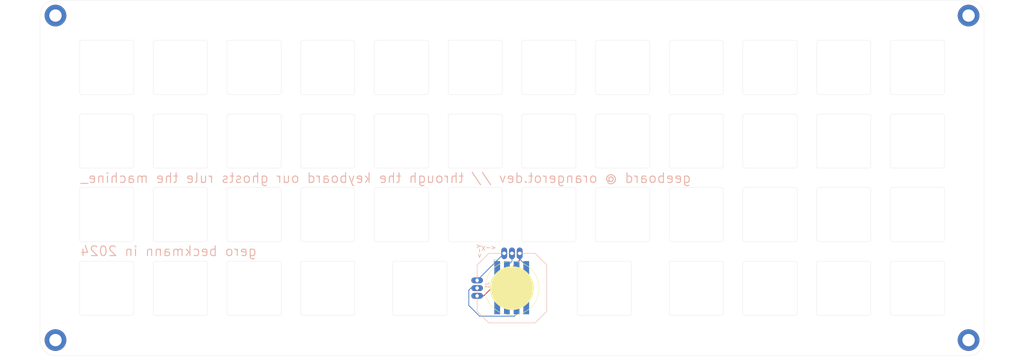
<source format=kicad_pcb>
(kicad_pcb (version 20240108) (generator "pcbnew") (generator_version "8.0")
  (layers (0 "F.Cu" signal) (31 "B.Cu" signal) (34 "B.Paste" user) (35 "F.Paste" user) (36 "B.SilkS" user "B.Silkscreen") (37 "F.SilkS" user "F.Silkscreen") (38 "B.Mask" user) (39 "F.Mask" user) (44 "Edge.Cuts" user))
  (net 0 "")
  (net 1 "Net-(J1-Pin_4)")
  (net 2 "Net-(J1-Pin_1)")
  (net 3 "Net-(J1-Pin_2)")
  (net 4 "Net-(J1-Pin_3)")
  (footprint "MountingHole:MountingHole_3.2mm_M3_DIN965_Pad" (layer "F.Cu") (at 256.1125 29.4375)
    (property "Reference" "REF**" (hide yes))
    (property "Value" "MountingHole_3.2mm_M3_DIN965_Pad")
    (pad "1" thru_hole circle (at 0 0) (size 5.6 5.6) (drill 3.2) (layers "*.Cu" "*.Mask"))
  )
  (footprint "PCM_marbastlib-xp-plate-mx:Plate_MX_1u" (layer "F.Cu") (at 185.7375 42.8625)
    (property "Reference" "MX9" (hide yes))
    (property "Value" "MX_SW_HS")
    (fp_line (start -7 -6.5) (end -7 6.5) (stroke (width 0.05)) (layer "Edge.Cuts"))
    (fp_line (start -6.5 7) (end 6.5 7) (stroke (width 0.05)) (layer "Edge.Cuts"))
    (fp_line (start 6.5 -7) (end -6.5 -7) (stroke (width 0.05)) (layer "Edge.Cuts"))
    (fp_line (start 7 6.5) (end 7 -6.5) (stroke (width 0.05)) (layer "Edge.Cuts"))
    (fp_arc (start -7 -6.5) (mid -6.853553 -6.853553) (end -6.5 -7) (stroke (width 0.05)) (layer "Edge.Cuts"))
    (fp_arc (start -6.497236 6.998884) (mid -6.850789 6.852437) (end -6.997236 6.498884) (stroke (width 0.05)) (layer "Edge.Cuts"))
    (fp_arc (start 6.5 -7) (mid 6.853553 -6.853553) (end 7 -6.5) (stroke (width 0.05)) (layer "Edge.Cuts"))
    (fp_arc (start 7 6.5) (mid 6.853553 6.853553) (end 6.5 7) (stroke (width 0.05)) (layer "Edge.Cuts"))
  )
  (footprint "PCM_marbastlib-xp-plate-mx:Plate_MX_1u" (layer "F.Cu") (at 242.8875 100.0125)
    (property "Reference" "MX46" (hide yes))
    (property "Value" "MX_SW_HS")
    (fp_line (start -7 -6.5) (end -7 6.5) (stroke (width 0.05)) (layer "Edge.Cuts"))
    (fp_line (start -6.5 7) (end 6.5 7) (stroke (width 0.05)) (layer "Edge.Cuts"))
    (fp_line (start 6.5 -7) (end -6.5 -7) (stroke (width 0.05)) (layer "Edge.Cuts"))
    (fp_line (start 7 6.5) (end 7 -6.5) (stroke (width 0.05)) (layer "Edge.Cuts"))
    (fp_arc (start -7 -6.5) (mid -6.853553 -6.853553) (end -6.5 -7) (stroke (width 0.05)) (layer "Edge.Cuts"))
    (fp_arc (start -6.497236 6.998884) (mid -6.850789 6.852437) (end -6.997236 6.498884) (stroke (width 0.05)) (layer "Edge.Cuts"))
    (fp_arc (start 6.5 -7) (mid 6.853553 -6.853553) (end 7 -6.5) (stroke (width 0.05)) (layer "Edge.Cuts"))
    (fp_arc (start 7 6.5) (mid 6.853553 6.853553) (end 6.5 7) (stroke (width 0.05)) (layer "Edge.Cuts"))
  )
  (footprint "PCM_marbastlib-xp-plate-mx:Plate_MX_1u" (layer "F.Cu") (at 128.5875 80.9625)
    (property "Reference" "MX30" (hide yes))
    (property "Value" "MX_SW_HS")
    (fp_line (start -7 -6.5) (end -7 6.5) (stroke (width 0.05)) (layer "Edge.Cuts"))
    (fp_line (start -6.5 7) (end 6.5 7) (stroke (width 0.05)) (layer "Edge.Cuts"))
    (fp_line (start 6.5 -7) (end -6.5 -7) (stroke (width 0.05)) (layer "Edge.Cuts"))
    (fp_line (start 7 6.5) (end 7 -6.5) (stroke (width 0.05)) (layer "Edge.Cuts"))
    (fp_arc (start -7 -6.5) (mid -6.853553 -6.853553) (end -6.5 -7) (stroke (width 0.05)) (layer "Edge.Cuts"))
    (fp_arc (start -6.497236 6.998884) (mid -6.850789 6.852437) (end -6.997236 6.498884) (stroke (width 0.05)) (layer "Edge.Cuts"))
    (fp_arc (start 6.5 -7) (mid 6.853553 -6.853553) (end 7 -6.5) (stroke (width 0.05)) (layer "Edge.Cuts"))
    (fp_arc (start 7 6.5) (mid 6.853553 6.853553) (end 6.5 7) (stroke (width 0.05)) (layer "Edge.Cuts"))
  )
  (footprint "PCM_marbastlib-xp-plate-mx:Plate_MX_1u" (layer "F.Cu") (at 90.4875 42.8625)
    (property "Reference" "MX4" (hide yes))
    (property "Value" "MX_SW_HS")
    (fp_line (start -7 -6.5) (end -7 6.5) (stroke (width 0.05)) (layer "Edge.Cuts"))
    (fp_line (start -6.5 7) (end 6.5 7) (stroke (width 0.05)) (layer "Edge.Cuts"))
    (fp_line (start 6.5 -7) (end -6.5 -7) (stroke (width 0.05)) (layer "Edge.Cuts"))
    (fp_line (start 7 6.5) (end 7 -6.5) (stroke (width 0.05)) (layer "Edge.Cuts"))
    (fp_arc (start -7 -6.5) (mid -6.853553 -6.853553) (end -6.5 -7) (stroke (width 0.05)) (layer "Edge.Cuts"))
    (fp_arc (start -6.497236 6.998884) (mid -6.850789 6.852437) (end -6.997236 6.498884) (stroke (width 0.05)) (layer "Edge.Cuts"))
    (fp_arc (start 6.5 -7) (mid 6.853553 -6.853553) (end 7 -6.5) (stroke (width 0.05)) (layer "Edge.Cuts"))
    (fp_arc (start 7 6.5) (mid 6.853553 6.853553) (end 6.5 7) (stroke (width 0.05)) (layer "Edge.Cuts"))
  )
  (footprint "PCM_marbastlib-xp-plate-mx:Plate_MX_1u" (layer "F.Cu") (at 223.8375 42.8625)
    (property "Reference" "MX11" (hide yes))
    (property "Value" "MX_SW_HS")
    (fp_line (start -7 -6.5) (end -7 6.5) (stroke (width 0.05)) (layer "Edge.Cuts"))
    (fp_line (start -6.5 7) (end 6.5 7) (stroke (width 0.05)) (layer "Edge.Cuts"))
    (fp_line (start 6.5 -7) (end -6.5 -7) (stroke (width 0.05)) (layer "Edge.Cuts"))
    (fp_line (start 7 6.5) (end 7 -6.5) (stroke (width 0.05)) (layer "Edge.Cuts"))
    (fp_arc (start -7 -6.5) (mid -6.853553 -6.853553) (end -6.5 -7) (stroke (width 0.05)) (layer "Edge.Cuts"))
    (fp_arc (start -6.497236 6.998884) (mid -6.850789 6.852437) (end -6.997236 6.498884) (stroke (width 0.05)) (layer "Edge.Cuts"))
    (fp_arc (start 6.5 -7) (mid 6.853553 -6.853553) (end 7 -6.5) (stroke (width 0.05)) (layer "Edge.Cuts"))
    (fp_arc (start 7 6.5) (mid 6.853553 6.853553) (end 6.5 7) (stroke (width 0.05)) (layer "Edge.Cuts"))
  )
  (footprint "MountingHole:MountingHole_3.2mm_M3_DIN965_Pad" (layer "F.Cu") (at 20.1125 113.4375)
    (property "Reference" "REF**" (hide yes))
    (property "Value" "MountingHole_3.2mm_M3_DIN965_Pad")
    (pad "1" thru_hole circle (at 0 0) (size 5.6 5.6) (drill 3.2) (layers "*.Cu" "*.Mask"))
  )
  (footprint "PCM_marbastlib-xp-plate-mx:Plate_MX_1u" (layer "F.Cu") (at 223.8375 80.9625)
    (property "Reference" "MX35" (hide yes))
    (property "Value" "MX_SW_HS")
    (fp_line (start -7 -6.5) (end -7 6.5) (stroke (width 0.05)) (layer "Edge.Cuts"))
    (fp_line (start -6.5 7) (end 6.5 7) (stroke (width 0.05)) (layer "Edge.Cuts"))
    (fp_line (start 6.5 -7) (end -6.5 -7) (stroke (width 0.05)) (layer "Edge.Cuts"))
    (fp_line (start 7 6.5) (end 7 -6.5) (stroke (width 0.05)) (layer "Edge.Cuts"))
    (fp_arc (start -7 -6.5) (mid -6.853553 -6.853553) (end -6.5 -7) (stroke (width 0.05)) (layer "Edge.Cuts"))
    (fp_arc (start -6.497236 6.998884) (mid -6.850789 6.852437) (end -6.997236 6.498884) (stroke (width 0.05)) (layer "Edge.Cuts"))
    (fp_arc (start 6.5 -7) (mid 6.853553 -6.853553) (end 7 -6.5) (stroke (width 0.05)) (layer "Edge.Cuts"))
    (fp_arc (start 7 6.5) (mid 6.853553 6.853553) (end 6.5 7) (stroke (width 0.05)) (layer "Edge.Cuts"))
  )
  (footprint "PCM_marbastlib-xp-plate-mx:Plate_MX_1u" (layer "F.Cu") (at 109.5375 61.9125)
    (property "Reference" "MX17" (hide yes))
    (property "Value" "MX_SW_HS")
    (fp_line (start -7 -6.5) (end -7 6.5) (stroke (width 0.05)) (layer "Edge.Cuts"))
    (fp_line (start -6.5 7) (end 6.5 7) (stroke (width 0.05)) (layer "Edge.Cuts"))
    (fp_line (start 6.5 -7) (end -6.5 -7) (stroke (width 0.05)) (layer "Edge.Cuts"))
    (fp_line (start 7 6.5) (end 7 -6.5) (stroke (width 0.05)) (layer "Edge.Cuts"))
    (fp_arc (start -7 -6.5) (mid -6.853553 -6.853553) (end -6.5 -7) (stroke (width 0.05)) (layer "Edge.Cuts"))
    (fp_arc (start -6.497236 6.998884) (mid -6.850789 6.852437) (end -6.997236 6.498884) (stroke (width 0.05)) (layer "Edge.Cuts"))
    (fp_arc (start 6.5 -7) (mid 6.853553 -6.853553) (end 7 -6.5) (stroke (width 0.05)) (layer "Edge.Cuts"))
    (fp_arc (start 7 6.5) (mid 6.853553 6.853553) (end 6.5 7) (stroke (width 0.05)) (layer "Edge.Cuts"))
  )
  (footprint "PCM_marbastlib-xp-plate-mx:Plate_MX_1u" (layer "F.Cu") (at 242.8875 80.9625)
    (property "Reference" "MX36" (hide yes))
    (property "Value" "MX_SW_HS")
    (fp_line (start -7 -6.5) (end -7 6.5) (stroke (width 0.05)) (layer "Edge.Cuts"))
    (fp_line (start -6.5 7) (end 6.5 7) (stroke (width 0.05)) (layer "Edge.Cuts"))
    (fp_line (start 6.5 -7) (end -6.5 -7) (stroke (width 0.05)) (layer "Edge.Cuts"))
    (fp_line (start 7 6.5) (end 7 -6.5) (stroke (width 0.05)) (layer "Edge.Cuts"))
    (fp_arc (start -7 -6.5) (mid -6.853553 -6.853553) (end -6.5 -7) (stroke (width 0.05)) (layer "Edge.Cuts"))
    (fp_arc (start -6.497236 6.998884) (mid -6.850789 6.852437) (end -6.997236 6.498884) (stroke (width 0.05)) (layer "Edge.Cuts"))
    (fp_arc (start 6.5 -7) (mid 6.853553 -6.853553) (end 7 -6.5) (stroke (width 0.05)) (layer "Edge.Cuts"))
    (fp_arc (start 7 6.5) (mid 6.853553 6.853553) (end 6.5 7) (stroke (width 0.05)) (layer "Edge.Cuts"))
  )
  (footprint "PCM_marbastlib-xp-plate-mx:Plate_MX_1u" (layer "F.Cu") (at 71.4375 42.8625)
    (property "Reference" "MX3" (hide yes))
    (property "Value" "MX_SW_HS")
    (fp_line (start -7 -6.5) (end -7 6.5) (stroke (width 0.05)) (layer "Edge.Cuts"))
    (fp_line (start -6.5 7) (end 6.5 7) (stroke (width 0.05)) (layer "Edge.Cuts"))
    (fp_line (start 6.5 -7) (end -6.5 -7) (stroke (width 0.05)) (layer "Edge.Cuts"))
    (fp_line (start 7 6.5) (end 7 -6.5) (stroke (width 0.05)) (layer "Edge.Cuts"))
    (fp_arc (start -7 -6.5) (mid -6.853553 -6.853553) (end -6.5 -7) (stroke (width 0.05)) (layer "Edge.Cuts"))
    (fp_arc (start -6.497236 6.998884) (mid -6.850789 6.852437) (end -6.997236 6.498884) (stroke (width 0.05)) (layer "Edge.Cuts"))
    (fp_arc (start 6.5 -7) (mid 6.853553 -6.853553) (end 7 -6.5) (stroke (width 0.05)) (layer "Edge.Cuts"))
    (fp_arc (start 7 6.5) (mid 6.853553 6.853553) (end 6.5 7) (stroke (width 0.05)) (layer "Edge.Cuts"))
  )
  (footprint "PCM_marbastlib-xp-plate-mx:Plate_MX_1u" (layer "F.Cu") (at 71.4375 100.0125)
    (property "Reference" "MX39" (hide yes))
    (property "Value" "MX_SW_HS")
    (fp_line (start -7 -6.5) (end -7 6.5) (stroke (width 0.05)) (layer "Edge.Cuts"))
    (fp_line (start -6.5 7) (end 6.5 7) (stroke (width 0.05)) (layer "Edge.Cuts"))
    (fp_line (start 6.5 -7) (end -6.5 -7) (stroke (width 0.05)) (layer "Edge.Cuts"))
    (fp_line (start 7 6.5) (end 7 -6.5) (stroke (width 0.05)) (layer "Edge.Cuts"))
    (fp_arc (start -7 -6.5) (mid -6.853553 -6.853553) (end -6.5 -7) (stroke (width 0.05)) (layer "Edge.Cuts"))
    (fp_arc (start -6.497236 6.998884) (mid -6.850789 6.852437) (end -6.997236 6.498884) (stroke (width 0.05)) (layer "Edge.Cuts"))
    (fp_arc (start 6.5 -7) (mid 6.853553 -6.853553) (end 7 -6.5) (stroke (width 0.05)) (layer "Edge.Cuts"))
    (fp_arc (start 7 6.5) (mid 6.853553 6.853553) (end 6.5 7) (stroke (width 0.05)) (layer "Edge.Cuts"))
  )
  (footprint "PCM_marbastlib-xp-plate-mx:Plate_MX_1u" (layer "F.Cu") (at 204.7875 61.9125)
    (property "Reference" "MX22" (hide yes))
    (property "Value" "MX_SW_HS")
    (fp_line (start -7 -6.5) (end -7 6.5) (stroke (width 0.05)) (layer "Edge.Cuts"))
    (fp_line (start -6.5 7) (end 6.5 7) (stroke (width 0.05)) (layer "Edge.Cuts"))
    (fp_line (start 6.5 -7) (end -6.5 -7) (stroke (width 0.05)) (layer "Edge.Cuts"))
    (fp_line (start 7 6.5) (end 7 -6.5) (stroke (width 0.05)) (layer "Edge.Cuts"))
    (fp_arc (start -7 -6.5) (mid -6.853553 -6.853553) (end -6.5 -7) (stroke (width 0.05)) (layer "Edge.Cuts"))
    (fp_arc (start -6.497236 6.998884) (mid -6.850789 6.852437) (end -6.997236 6.498884) (stroke (width 0.05)) (layer "Edge.Cuts"))
    (fp_arc (start 6.5 -7) (mid 6.853553 -6.853553) (end 7 -6.5) (stroke (width 0.05)) (layer "Edge.Cuts"))
    (fp_arc (start 7 6.5) (mid 6.853553 6.853553) (end 6.5 7) (stroke (width 0.05)) (layer "Edge.Cuts"))
  )
  (footprint "PCM_marbastlib-xp-plate-mx:Plate_MX_1u" (layer "F.Cu") (at 109.5375 42.8625)
    (property "Reference" "MX5" (hide yes))
    (property "Value" "MX_SW_HS")
    (fp_line (start -7 -6.5) (end -7 6.5) (stroke (width 0.05)) (layer "Edge.Cuts"))
    (fp_line (start -6.5 7) (end 6.5 7) (stroke (width 0.05)) (layer "Edge.Cuts"))
    (fp_line (start 6.5 -7) (end -6.5 -7) (stroke (width 0.05)) (layer "Edge.Cuts"))
    (fp_line (start 7 6.5) (end 7 -6.5) (stroke (width 0.05)) (layer "Edge.Cuts"))
    (fp_arc (start -7 -6.5) (mid -6.853553 -6.853553) (end -6.5 -7) (stroke (width 0.05)) (layer "Edge.Cuts"))
    (fp_arc (start -6.497236 6.998884) (mid -6.850789 6.852437) (end -6.997236 6.498884) (stroke (width 0.05)) (layer "Edge.Cuts"))
    (fp_arc (start 6.5 -7) (mid 6.853553 -6.853553) (end 7 -6.5) (stroke (width 0.05)) (layer "Edge.Cuts"))
    (fp_arc (start 7 6.5) (mid 6.853553 6.853553) (end 6.5 7) (stroke (width 0.05)) (layer "Edge.Cuts"))
  )
  (footprint "PCM_marbastlib-xp-plate-mx:Plate_MX_1u" (layer "F.Cu") (at 71.4375 80.9625)
    (property "Reference" "MX27" (hide yes))
    (property "Value" "MX_SW_HS")
    (fp_line (start -7 -6.5) (end -7 6.5) (stroke (width 0.05)) (layer "Edge.Cuts"))
    (fp_line (start -6.5 7) (end 6.5 7) (stroke (width 0.05)) (layer "Edge.Cuts"))
    (fp_line (start 6.5 -7) (end -6.5 -7) (stroke (width 0.05)) (layer "Edge.Cuts"))
    (fp_line (start 7 6.5) (end 7 -6.5) (stroke (width 0.05)) (layer "Edge.Cuts"))
    (fp_arc (start -7 -6.5) (mid -6.853553 -6.853553) (end -6.5 -7) (stroke (width 0.05)) (layer "Edge.Cuts"))
    (fp_arc (start -6.497236 6.998884) (mid -6.850789 6.852437) (end -6.997236 6.498884) (stroke (width 0.05)) (layer "Edge.Cuts"))
    (fp_arc (start 6.5 -7) (mid 6.853553 -6.853553) (end 7 -6.5) (stroke (width 0.05)) (layer "Edge.Cuts"))
    (fp_arc (start 7 6.5) (mid 6.853553 6.853553) (end 6.5 7) (stroke (width 0.05)) (layer "Edge.Cuts"))
  )
  (footprint "PCM_marbastlib-xp-plate-mx:Plate_MX_1u" (layer "F.Cu") (at 185.7375 100.0125)
    (property "Reference" "MX43" (hide yes))
    (property "Value" "MX_SW_HS")
    (fp_line (start -7 -6.5) (end -7 6.5) (stroke (width 0.05)) (layer "Edge.Cuts"))
    (fp_line (start -6.5 7) (end 6.5 7) (stroke (width 0.05)) (layer "Edge.Cuts"))
    (fp_line (start 6.5 -7) (end -6.5 -7) (stroke (width 0.05)) (layer "Edge.Cuts"))
    (fp_line (start 7 6.5) (end 7 -6.5) (stroke (width 0.05)) (layer "Edge.Cuts"))
    (fp_arc (start -7 -6.5) (mid -6.853553 -6.853553) (end -6.5 -7) (stroke (width 0.05)) (layer "Edge.Cuts"))
    (fp_arc (start -6.497236 6.998884) (mid -6.850789 6.852437) (end -6.997236 6.498884) (stroke (width 0.05)) (layer "Edge.Cuts"))
    (fp_arc (start 6.5 -7) (mid 6.853553 -6.853553) (end 7 -6.5) (stroke (width 0.05)) (layer "Edge.Cuts"))
    (fp_arc (start 7 6.5) (mid 6.853553 6.853553) (end 6.5 7) (stroke (width 0.05)) (layer "Edge.Cuts"))
  )
  (footprint "PCM_marbastlib-xp-plate-mx:Plate_MX_1u" (layer "F.Cu") (at 204.7875 80.9625)
    (property "Reference" "MX34" (hide yes))
    (property "Value" "MX_SW_HS")
    (fp_line (start -7 -6.5) (end -7 6.5) (stroke (width 0.05)) (layer "Edge.Cuts"))
    (fp_line (start -6.5 7) (end 6.5 7) (stroke (width 0.05)) (layer "Edge.Cuts"))
    (fp_line (start 6.5 -7) (end -6.5 -7) (stroke (width 0.05)) (layer "Edge.Cuts"))
    (fp_line (start 7 6.5) (end 7 -6.5) (stroke (width 0.05)) (layer "Edge.Cuts"))
    (fp_arc (start -7 -6.5) (mid -6.853553 -6.853553) (end -6.5 -7) (stroke (width 0.05)) (layer "Edge.Cuts"))
    (fp_arc (start -6.497236 6.998884) (mid -6.850789 6.852437) (end -6.997236 6.498884) (stroke (width 0.05)) (layer "Edge.Cuts"))
    (fp_arc (start 6.5 -7) (mid 6.853553 -6.853553) (end 7 -6.5) (stroke (width 0.05)) (layer "Edge.Cuts"))
    (fp_arc (start 7 6.5) (mid 6.853553 6.853553) (end 6.5 7) (stroke (width 0.05)) (layer "Edge.Cuts"))
  )
  (footprint "PCM_marbastlib-xp-plate-mx:Plate_MX_1.5u" (layer "F.Cu") (at 161.925 100.0125)
    (property "Reference" "MX42" (hide yes))
    (property "Value" "MX_SW_HS")
    (fp_line (start -7 -6.5) (end -7 6.5) (stroke (width 0.05)) (layer "Edge.Cuts"))
    (fp_line (start -6.5 7) (end 6.5 7) (stroke (width 0.05)) (layer "Edge.Cuts"))
    (fp_line (start 6.5 -7) (end -6.5 -7) (stroke (width 0.05)) (layer "Edge.Cuts"))
    (fp_line (start 7 6.5) (end 7 -6.5) (stroke (width 0.05)) (layer "Edge.Cuts"))
    (fp_arc (start -7 -6.5) (mid -6.853553 -6.853553) (end -6.5 -7) (stroke (width 0.05)) (layer "Edge.Cuts"))
    (fp_arc (start -6.497236 6.998884) (mid -6.850789 6.852437) (end -6.997236 6.498884) (stroke (width 0.05)) (layer "Edge.Cuts"))
    (fp_arc (start 6.5 -7) (mid 6.853553 -6.853553) (end 7 -6.5) (stroke (width 0.05)) (layer "Edge.Cuts"))
    (fp_arc (start 7 6.5) (mid 6.853553 6.853553) (end 6.5 7) (stroke (width 0.05)) (layer "Edge.Cuts"))
  )
  (footprint "PCM_marbastlib-xp-plate-mx:Plate_MX_1u" (layer "F.Cu") (at 242.8875 42.8625)
    (property "Reference" "MX12" (hide yes))
    (property "Value" "MX_SW_HS")
    (fp_line (start -7 -6.5) (end -7 6.5) (stroke (width 0.05)) (layer "Edge.Cuts"))
    (fp_line (start -6.5 7) (end 6.5 7) (stroke (width 0.05)) (layer "Edge.Cuts"))
    (fp_line (start 6.5 -7) (end -6.5 -7) (stroke (width 0.05)) (layer "Edge.Cuts"))
    (fp_line (start 7 6.5) (end 7 -6.5) (stroke (width 0.05)) (layer "Edge.Cuts"))
    (fp_arc (start -7 -6.5) (mid -6.853553 -6.853553) (end -6.5 -7) (stroke (width 0.05)) (layer "Edge.Cuts"))
    (fp_arc (start -6.497236 6.998884) (mid -6.850789 6.852437) (end -6.997236 6.498884) (stroke (width 0.05)) (layer "Edge.Cuts"))
    (fp_arc (start 6.5 -7) (mid 6.853553 -6.853553) (end 7 -6.5) (stroke (width 0.05)) (layer "Edge.Cuts"))
    (fp_arc (start 7 6.5) (mid 6.853553 6.853553) (end 6.5 7) (stroke (width 0.05)) (layer "Edge.Cuts"))
  )
  (footprint "PCM_marbastlib-xp-plate-mx:Plate_MX_1u" (layer "F.Cu") (at 90.4875 61.9125)
    (property "Reference" "MX16" (hide yes))
    (property "Value" "MX_SW_HS")
    (fp_line (start -7 -6.5) (end -7 6.5) (stroke (width 0.05)) (layer "Edge.Cuts"))
    (fp_line (start -6.5 7) (end 6.5 7) (stroke (width 0.05)) (layer "Edge.Cuts"))
    (fp_line (start 6.5 -7) (end -6.5 -7) (stroke (width 0.05)) (layer "Edge.Cuts"))
    (fp_line (start 7 6.5) (end 7 -6.5) (stroke (width 0.05)) (layer "Edge.Cuts"))
    (fp_arc (start -7 -6.5) (mid -6.853553 -6.853553) (end -6.5 -7) (stroke (width 0.05)) (layer "Edge.Cuts"))
    (fp_arc (start -6.497236 6.998884) (mid -6.850789 6.852437) (end -6.997236 6.498884) (stroke (width 0.05)) (layer "Edge.Cuts"))
    (fp_arc (start 6.5 -7) (mid 6.853553 -6.853553) (end 7 -6.5) (stroke (width 0.05)) (layer "Edge.Cuts"))
    (fp_arc (start 7 6.5) (mid 6.853553 6.853553) (end 6.5 7) (stroke (width 0.05)) (layer "Edge.Cuts"))
  )
  (footprint "PCM_marbastlib-xp-plate-mx:Plate_MX_1u" (layer "F.Cu") (at 166.6875 80.9625)
    (property "Reference" "MX32" (hide yes))
    (property "Value" "MX_SW_HS")
    (fp_line (start -7 -6.5) (end -7 6.5) (stroke (width 0.05)) (layer "Edge.Cuts"))
    (fp_line (start -6.5 7) (end 6.5 7) (stroke (width 0.05)) (layer "Edge.Cuts"))
    (fp_line (start 6.5 -7) (end -6.5 -7) (stroke (width 0.05)) (layer "Edge.Cuts"))
    (fp_line (start 7 6.5) (end 7 -6.5) (stroke (width 0.05)) (layer "Edge.Cuts"))
    (fp_arc (start -7 -6.5) (mid -6.853553 -6.853553) (end -6.5 -7) (stroke (width 0.05)) (layer "Edge.Cuts"))
    (fp_arc (start -6.497236 6.998884) (mid -6.850789 6.852437) (end -6.997236 6.498884) (stroke (width 0.05)) (layer "Edge.Cuts"))
    (fp_arc (start 6.5 -7) (mid 6.853553 -6.853553) (end 7 -6.5) (stroke (width 0.05)) (layer "Edge.Cuts"))
    (fp_arc (start 7 6.5) (mid 6.853553 6.853553) (end 6.5 7) (stroke (width 0.05)) (layer "Edge.Cuts"))
  )
  (footprint "PCM_marbastlib-xp-plate-mx:Plate_MX_1u" (layer "F.Cu") (at 166.6875 61.9125)
    (property "Reference" "MX20" (hide yes))
    (property "Value" "MX_SW_HS")
    (fp_line (start -7 -6.5) (end -7 6.5) (stroke (width 0.05)) (layer "Edge.Cuts"))
    (fp_line (start -6.5 7) (end 6.5 7) (stroke (width 0.05)) (layer "Edge.Cuts"))
    (fp_line (start 6.5 -7) (end -6.5 -7) (stroke (width 0.05)) (layer "Edge.Cuts"))
    (fp_line (start 7 6.5) (end 7 -6.5) (stroke (width 0.05)) (layer "Edge.Cuts"))
    (fp_arc (start -7 -6.5) (mid -6.853553 -6.853553) (end -6.5 -7) (stroke (width 0.05)) (layer "Edge.Cuts"))
    (fp_arc (start -6.497236 6.998884) (mid -6.850789 6.852437) (end -6.997236 6.498884) (stroke (width 0.05)) (layer "Edge.Cuts"))
    (fp_arc (start 6.5 -7) (mid 6.853553 -6.853553) (end 7 -6.5) (stroke (width 0.05)) (layer "Edge.Cuts"))
    (fp_arc (start 7 6.5) (mid 6.853553 6.853553) (end 6.5 7) (stroke (width 0.05)) (layer "Edge.Cuts"))
  )
  (footprint "PCM_marbastlib-xp-plate-mx:Plate_MX_1u" (layer "F.Cu") (at 147.6375 61.9125)
    (property "Reference" "MX19" (hide yes))
    (property "Value" "MX_SW_HS")
    (fp_line (start -7 -6.5) (end -7 6.5) (stroke (width 0.05)) (layer "Edge.Cuts"))
    (fp_line (start -6.5 7) (end 6.5 7) (stroke (width 0.05)) (layer "Edge.Cuts"))
    (fp_line (start 6.5 -7) (end -6.5 -7) (stroke (width 0.05)) (layer "Edge.Cuts"))
    (fp_line (start 7 6.5) (end 7 -6.5) (stroke (width 0.05)) (layer "Edge.Cuts"))
    (fp_arc (start -7 -6.5) (mid -6.853553 -6.853553) (end -6.5 -7) (stroke (width 0.05)) (layer "Edge.Cuts"))
    (fp_arc (start -6.497236 6.998884) (mid -6.850789 6.852437) (end -6.997236 6.498884) (stroke (width 0.05)) (layer "Edge.Cuts"))
    (fp_arc (start 6.5 -7) (mid 6.853553 -6.853553) (end 7 -6.5) (stroke (width 0.05)) (layer "Edge.Cuts"))
    (fp_arc (start 7 6.5) (mid 6.853553 6.853553) (end 6.5 7) (stroke (width 0.05)) (layer "Edge.Cuts"))
  )
  (footprint "PCM_marbastlib-xp-plate-mx:Plate_MX_1u" (layer "F.Cu") (at 185.7375 80.9625)
    (property "Reference" "MX33" (hide yes))
    (property "Value" "MX_SW_HS")
    (fp_line (start -7 -6.5) (end -7 6.5) (stroke (width 0.05)) (layer "Edge.Cuts"))
    (fp_line (start -6.5 7) (end 6.5 7) (stroke (width 0.05)) (layer "Edge.Cuts"))
    (fp_line (start 6.5 -7) (end -6.5 -7) (stroke (width 0.05)) (layer "Edge.Cuts"))
    (fp_line (start 7 6.5) (end 7 -6.5) (stroke (width 0.05)) (layer "Edge.Cuts"))
    (fp_arc (start -7 -6.5) (mid -6.853553 -6.853553) (end -6.5 -7) (stroke (width 0.05)) (layer "Edge.Cuts"))
    (fp_arc (start -6.497236 6.998884) (mid -6.850789 6.852437) (end -6.997236 6.498884) (stroke (width 0.05)) (layer "Edge.Cuts"))
    (fp_arc (start 6.5 -7) (mid 6.853553 -6.853553) (end 7 -6.5) (stroke (width 0.05)) (layer "Edge.Cuts"))
    (fp_arc (start 7 6.5) (mid 6.853553 6.853553) (end 6.5 7) (stroke (width 0.05)) (layer "Edge.Cuts"))
  )
  (footprint "PCM_marbastlib-xp-plate-mx:Plate_MX_1u" (layer "F.Cu") (at 128.5875 61.9125)
    (property "Reference" "MX18" (hide yes))
    (property "Value" "MX_SW_HS")
    (fp_line (start -7 -6.5) (end -7 6.5) (stroke (width 0.05)) (layer "Edge.Cuts"))
    (fp_line (start -6.5 7) (end 6.5 7) (stroke (width 0.05)) (layer "Edge.Cuts"))
    (fp_line (start 6.5 -7) (end -6.5 -7) (stroke (width 0.05)) (layer "Edge.Cuts"))
    (fp_line (start 7 6.5) (end 7 -6.5) (stroke (width 0.05)) (layer "Edge.Cuts"))
    (fp_arc (start -7 -6.5) (mid -6.853553 -6.853553) (end -6.5 -7) (stroke (width 0.05)) (layer "Edge.Cuts"))
    (fp_arc (start -6.497236 6.998884) (mid -6.850789 6.852437) (end -6.997236 6.498884) (stroke (width 0.05)) (layer "Edge.Cuts"))
    (fp_arc (start 6.5 -7) (mid 6.853553 -6.853553) (end 7 -6.5) (stroke (width 0.05)) (layer "Edge.Cuts"))
    (fp_arc (start 7 6.5) (mid 6.853553 6.853553) (end 6.5 7) (stroke (width 0.05)) (layer "Edge.Cuts"))
  )
  (footprint "MountingHole:MountingHole_3.2mm_M3_DIN965_Pad" (layer "F.Cu") (at 20.1125 29.4375)
    (property "Reference" "REF**" (hide yes))
    (property "Value" "MountingHole_3.2mm_M3_DIN965_Pad")
    (pad "1" thru_hole circle (at 0 0) (size 5.6 5.6) (drill 3.2) (layers "*.Cu" "*.Mask"))
  )
  (footprint "PCM_marbastlib-xp-plate-mx:Plate_MX_1u" (layer "F.Cu") (at 147.6375 42.8625)
    (property "Reference" "MX7" (hide yes))
    (property "Value" "MX_SW_HS")
    (fp_line (start -7 -6.5) (end -7 6.5) (stroke (width 0.05)) (layer "Edge.Cuts"))
    (fp_line (start -6.5 7) (end 6.5 7) (stroke (width 0.05)) (layer "Edge.Cuts"))
    (fp_line (start 6.5 -7) (end -6.5 -7) (stroke (width 0.05)) (layer "Edge.Cuts"))
    (fp_line (start 7 6.5) (end 7 -6.5) (stroke (width 0.05)) (layer "Edge.Cuts"))
    (fp_arc (start -7 -6.5) (mid -6.853553 -6.853553) (end -6.5 -7) (stroke (width 0.05)) (layer "Edge.Cuts"))
    (fp_arc (start -6.497236 6.998884) (mid -6.850789 6.852437) (end -6.997236 6.498884) (stroke (width 0.05)) (layer "Edge.Cuts"))
    (fp_arc (start 6.5 -7) (mid 6.853553 -6.853553) (end 7 -6.5) (stroke (width 0.05)) (layer "Edge.Cuts"))
    (fp_arc (start 7 6.5) (mid 6.853553 6.853553) (end 6.5 7) (stroke (width 0.05)) (layer "Edge.Cuts"))
  )
  (footprint "PCM_marbastlib-xp-plate-mx:Plate_MX_1u" (layer "F.Cu") (at 166.6875 42.8625)
    (property "Reference" "MX8" (hide yes))
    (property "Value" "MX_SW_HS")
    (fp_line (start -7 -6.5) (end -7 6.5) (stroke (width 0.05)) (layer "Edge.Cuts"))
    (fp_line (start -6.5 7) (end 6.5 7) (stroke (width 0.05)) (layer "Edge.Cuts"))
    (fp_line (start 6.5 -7) (end -6.5 -7) (stroke (width 0.05)) (layer "Edge.Cuts"))
    (fp_line (start 7 6.5) (end 7 -6.5) (stroke (width 0.05)) (layer "Edge.Cuts"))
    (fp_arc (start -7 -6.5) (mid -6.853553 -6.853553) (end -6.5 -7) (stroke (width 0.05)) (layer "Edge.Cuts"))
    (fp_arc (start -6.497236 6.998884) (mid -6.850789 6.852437) (end -6.997236 6.498884) (stroke (width 0.05)) (layer "Edge.Cuts"))
    (fp_arc (start 6.5 -7) (mid 6.853553 -6.853553) (end 7 -6.5) (stroke (width 0.05)) (layer "Edge.Cuts"))
    (fp_arc (start 7 6.5) (mid 6.853553 6.853553) (end 6.5 7) (stroke (width 0.05)) (layer "Edge.Cuts"))
  )
  (footprint "PCM_marbastlib-xp-plate-mx:Plate_MX_1u" (layer "F.Cu") (at 90.4875 100.0125)
    (property "Reference" "MX40" (hide yes))
    (property "Value" "MX_SW_HS")
    (fp_line (start -7 -6.5) (end -7 6.5) (stroke (width 0.05)) (layer "Edge.Cuts"))
    (fp_line (start -6.5 7) (end 6.5 7) (stroke (width 0.05)) (layer "Edge.Cuts"))
    (fp_line (start 6.5 -7) (end -6.5 -7) (stroke (width 0.05)) (layer "Edge.Cuts"))
    (fp_line (start 7 6.5) (end 7 -6.5) (stroke (width 0.05)) (layer "Edge.Cuts"))
    (fp_arc (start -7 -6.5) (mid -6.853553 -6.853553) (end -6.5 -7) (stroke (width 0.05)) (layer "Edge.Cuts"))
    (fp_arc (start -6.497236 6.998884) (mid -6.850789 6.852437) (end -6.997236 6.498884) (stroke (width 0.05)) (layer "Edge.Cuts"))
    (fp_arc (start 6.5 -7) (mid 6.853553 -6.853553) (end 7 -6.5) (stroke (width 0.05)) (layer "Edge.Cuts"))
    (fp_arc (start 7 6.5) (mid 6.853553 6.853553) (end 6.5 7) (stroke (width 0.05)) (layer "Edge.Cuts"))
  )
  (footprint "PCM_marbastlib-xp-plate-mx:Plate_MX_1u" (layer "F.Cu") (at 128.5875 42.8625)
    (property "Reference" "MX6" (hide yes))
    (property "Value" "MX_SW_HS")
    (fp_line (start -7 -6.5) (end -7 6.5) (stroke (width 0.05)) (layer "Edge.Cuts"))
    (fp_line (start -6.5 7) (end 6.5 7) (stroke (width 0.05)) (layer "Edge.Cuts"))
    (fp_line (start 6.5 -7) (end -6.5 -7) (stroke (width 0.05)) (layer "Edge.Cuts"))
    (fp_line (start 7 6.5) (end 7 -6.5) (stroke (width 0.05)) (layer "Edge.Cuts"))
    (fp_arc (start -7 -6.5) (mid -6.853553 -6.853553) (end -6.5 -7) (stroke (width 0.05)) (layer "Edge.Cuts"))
    (fp_arc (start -6.497236 6.998884) (mid -6.850789 6.852437) (end -6.997236 6.498884) (stroke (width 0.05)) (layer "Edge.Cuts"))
    (fp_arc (start 6.5 -7) (mid 6.853553 -6.853553) (end 7 -6.5) (stroke (width 0.05)) (layer "Edge.Cuts"))
    (fp_arc (start 7 6.5) (mid 6.853553 6.853553) (end 6.5 7) (stroke (width 0.05)) (layer "Edge.Cuts"))
  )
  (footprint "PCM_marbastlib-xp-plate-mx:Plate_MX_1u" (layer "F.Cu") (at 52.3875 100.0125)
    (property "Reference" "MX38" (hide yes))
    (property "Value" "MX_SW_HS")
    (fp_line (start -7 -6.5) (end -7 6.5) (stroke (width 0.05)) (layer "Edge.Cuts"))
    (fp_line (start -6.5 7) (end 6.5 7) (stroke (width 0.05)) (layer "Edge.Cuts"))
    (fp_line (start 6.5 -7) (end -6.5 -7) (stroke (width 0.05)) (layer "Edge.Cuts"))
    (fp_line (start 7 6.5) (end 7 -6.5) (stroke (width 0.05)) (layer "Edge.Cuts"))
    (fp_arc (start -7 -6.5) (mid -6.853553 -6.853553) (end -6.5 -7) (stroke (width 0.05)) (layer "Edge.Cuts"))
    (fp_arc (start -6.497236 6.998884) (mid -6.850789 6.852437) (end -6.997236 6.498884) (stroke (width 0.05)) (layer "Edge.Cuts"))
    (fp_arc (start 6.5 -7) (mid 6.853553 -6.853553) (end 7 -6.5) (stroke (width 0.05)) (layer "Edge.Cuts"))
    (fp_arc (start 7 6.5) (mid 6.853553 6.853553) (end 6.5 7) (stroke (width 0.05)) (layer "Edge.Cuts"))
  )
  (footprint "geebord-library:JOYSTICK_ANALOG_MINITHM" (layer "F.Cu") (at 138.0932 99.9828 90)
    (property "Reference" "JS1" (hide yes))
    (property "Value" "joystick_analog" (hide yes))
    (fp_text user "<-X" (at 11 -4 180) (layer "B.SilkS") (effects (font (size 1.0922 1.0922) (thickness 0.1778)) (justify left bottom)))
    (fp_text user "<-Y" (at 7.571 -7.81 90) (layer "B.SilkS") (effects (font (size 1.0922 1.0922) (thickness 0.1778)) (justify left bottom)))
    (pad "" np_thru_hole circle (at -6 -6 90) (size 1.6 1.6) (drill 1.6) (layers "*.Cu" "*.Mask"))
    (pad "" np_thru_hole circle (at 6 6 90) (size 1.6 1.6) (drill 1.6) (layers "*.Cu" "*.Mask"))
    (pad "1" thru_hole oval (at 0 -9 180) (size 3 1.5) (drill 0.9) (layers "*.Cu" "*.Mask") (net 4 "Net-(J1-Pin_3)"))
    (pad "2" thru_hole oval (at -2 -9 180) (size 3 1.5) (drill 0.9) (layers "*.Cu" "*.Mask") (net 1 "Net-(J1-Pin_4)"))
    (pad "2" thru_hole oval (at 9 2 90) (size 3 1.5) (drill 0.9) (layers "*.Cu" "*.Mask") (net 1 "Net-(J1-Pin_4)"))
    (pad "3" thru_hole oval (at 9 0 90) (size 3 1.5) (drill 0.9) (layers "*.Cu" "*.Mask") (net 3 "Net-(J1-Pin_2)"))
    (pad "4" thru_hole oval (at 2 -9 180) (size 3 1.5) (drill 0.9) (layers "*.Cu" "*.Mask") (net 2 "Net-(J1-Pin_1)"))
    (pad "4" thru_hole oval (at 9 -2 90) (size 3 1.5) (drill 0.9) (layers "*.Cu" "*.Mask") (net 2 "Net-(J1-Pin_1)"))
  )
  (footprint "PCM_marbastlib-xp-plate-mx:Plate_MX_1.5u" (layer "F.Cu") (at 114.3 100.0125)
    (property "Reference" "MX41" (hide yes))
    (property "Value" "MX_SW_HS")
    (fp_line (start -7 -6.5) (end -7 6.5) (stroke (width 0.05)) (layer "Edge.Cuts"))
    (fp_line (start -6.5 7) (end 6.5 7) (stroke (width 0.05)) (layer "Edge.Cuts"))
    (fp_line (start 6.5 -7) (end -6.5 -7) (stroke (width 0.05)) (layer "Edge.Cuts"))
    (fp_line (start 7 6.5) (end 7 -6.5) (stroke (width 0.05)) (layer "Edge.Cuts"))
    (fp_arc (start -7 -6.5) (mid -6.853553 -6.853553) (end -6.5 -7) (stroke (width 0.05)) (layer "Edge.Cuts"))
    (fp_arc (start -6.497236 6.998884) (mid -6.850789 6.852437) (end -6.997236 6.498884) (stroke (width 0.05)) (layer "Edge.Cuts"))
    (fp_arc (start 6.5 -7) (mid 6.853553 -6.853553) (end 7 -6.5) (stroke (width 0.05)) (layer "Edge.Cuts"))
    (fp_arc (start 7 6.5) (mid 6.853553 6.853553) (end 6.5 7) (stroke (width 0.05)) (layer "Edge.Cuts"))
  )
  (footprint "PCM_marbastlib-xp-plate-mx:Plate_MX_1u" (layer "F.Cu") (at 204.7875 100.0125)
    (property "Reference" "MX44" (hide yes))
    (property "Value" "MX_SW_HS")
    (fp_line (start -7 -6.5) (end -7 6.5) (stroke (width 0.05)) (layer "Edge.Cuts"))
    (fp_line (start -6.5 7) (end 6.5 7) (stroke (width 0.05)) (layer "Edge.Cuts"))
    (fp_line (start 6.5 -7) (end -6.5 -7) (stroke (width 0.05)) (layer "Edge.Cuts"))
    (fp_line (start 7 6.5) (end 7 -6.5) (stroke (width 0.05)) (layer "Edge.Cuts"))
    (fp_arc (start -7 -6.5) (mid -6.853553 -6.853553) (end -6.5 -7) (stroke (width 0.05)) (layer "Edge.Cuts"))
    (fp_arc (start -6.497236 6.998884) (mid -6.850789 6.852437) (end -6.997236 6.498884) (stroke (width 0.05)) (layer "Edge.Cuts"))
    (fp_arc (start 6.5 -7) (mid 6.853553 -6.853553) (end 7 -6.5) (stroke (width 0.05)) (layer "Edge.Cuts"))
    (fp_arc (start 7 6.5) (mid 6.853553 6.853553) (end 6.5 7) (stroke (width 0.05)) (layer "Edge.Cuts"))
  )
  (footprint "PCM_marbastlib-xp-plate-mx:Plate_MX_1u" (layer "F.Cu") (at 204.7875 42.8625)
    (property "Reference" "MX10" (hide yes))
    (property "Value" "MX_SW_HS")
    (fp_line (start -7 -6.5) (end -7 6.5) (stroke (width 0.05)) (layer "Edge.Cuts"))
    (fp_line (start -6.5 7) (end 6.5 7) (stroke (width 0.05)) (layer "Edge.Cuts"))
    (fp_line (start 6.5 -7) (end -6.5 -7) (stroke (width 0.05)) (layer "Edge.Cuts"))
    (fp_line (start 7 6.5) (end 7 -6.5) (stroke (width 0.05)) (layer "Edge.Cuts"))
    (fp_arc (start -7 -6.5) (mid -6.853553 -6.853553) (end -6.5 -7) (stroke (width 0.05)) (layer "Edge.Cuts"))
    (fp_arc (start -6.497236 6.998884) (mid -6.850789 6.852437) (end -6.997236 6.498884) (stroke (width 0.05)) (layer "Edge.Cuts"))
    (fp_arc (start 6.5 -7) (mid 6.853553 -6.853553) (end 7 -6.5) (stroke (width 0.05)) (layer "Edge.Cuts"))
    (fp_arc (start 7 6.5) (mid 6.853553 6.853553) (end 6.5 7) (stroke (width 0.05)) (layer "Edge.Cuts"))
  )
  (footprint "PCM_marbastlib-xp-plate-mx:Plate_MX_1u" (layer "F.Cu") (at 33.3375 42.8625)
    (property "Reference" "MX1" (hide yes))
    (property "Value" "MX_SW_HS")
    (fp_line (start -7 -6.5) (end -7 6.5) (stroke (width 0.05)) (layer "Edge.Cuts"))
    (fp_line (start -6.5 7) (end 6.5 7) (stroke (width 0.05)) (layer "Edge.Cuts"))
    (fp_line (start 6.5 -7) (end -6.5 -7) (stroke (width 0.05)) (layer "Edge.Cuts"))
    (fp_line (start 7 6.5) (end 7 -6.5) (stroke (width 0.05)) (layer "Edge.Cuts"))
    (fp_arc (start -7 -6.5) (mid -6.853553 -6.853553) (end -6.5 -7) (stroke (width 0.05)) (layer "Edge.Cuts"))
    (fp_arc (start -6.497236 6.998884) (mid -6.850789 6.852437) (end -6.997236 6.498884) (stroke (width 0.05)) (layer "Edge.Cuts"))
    (fp_arc (start 6.5 -7) (mid 6.853553 -6.853553) (end 7 -6.5) (stroke (width 0.05)) (layer "Edge.Cuts"))
    (fp_arc (start 7 6.5) (mid 6.853553 6.853553) (end 6.5 7) (stroke (width 0.05)) (layer "Edge.Cuts"))
  )
  (footprint "PCM_marbastlib-xp-plate-mx:Plate_MX_1u" (layer "F.Cu") (at 52.3875 61.9125)
    (property "Reference" "MX14" (hide yes))
    (property "Value" "MX_SW_HS")
    (fp_line (start -7 -6.5) (end -7 6.5) (stroke (width 0.05)) (layer "Edge.Cuts"))
    (fp_line (start -6.5 7) (end 6.5 7) (stroke (width 0.05)) (layer "Edge.Cuts"))
    (fp_line (start 6.5 -7) (end -6.5 -7) (stroke (width 0.05)) (layer "Edge.Cuts"))
    (fp_line (start 7 6.5) (end 7 -6.5) (stroke (width 0.05)) (layer "Edge.Cuts"))
    (fp_arc (start -7 -6.5) (mid -6.853553 -6.853553) (end -6.5 -7) (stroke (width 0.05)) (layer "Edge.Cuts"))
    (fp_arc (start -6.497236 6.998884) (mid -6.850789 6.852437) (end -6.997236 6.498884) (stroke (width 0.05)) (layer "Edge.Cuts"))
    (fp_arc (start 6.5 -7) (mid 6.853553 -6.853553) (end 7 -6.5) (stroke (width 0.05)) (layer "Edge.Cuts"))
    (fp_arc (start 7 6.5) (mid 6.853553 6.853553) (end 6.5 7) (stroke (width 0.05)) (layer "Edge.Cuts"))
  )
  (footprint "PCM_marbastlib-xp-plate-mx:Plate_MX_1u" (layer "F.Cu") (at 223.8375 100.0125)
    (property "Reference" "MX45" (hide yes))
    (property "Value" "MX_SW_HS")
    (fp_line (start -7 -6.5) (end -7 6.5) (stroke (width 0.05)) (layer "Edge.Cuts"))
    (fp_line (start -6.5 7) (end 6.5 7) (stroke (width 0.05)) (layer "Edge.Cuts"))
    (fp_line (start 6.5 -7) (end -6.5 -7) (stroke (width 0.05)) (layer "Edge.Cuts"))
    (fp_line (start 7 6.5) (end 7 -6.5) (stroke (width 0.05)) (layer "Edge.Cuts"))
    (fp_arc (start -7 -6.5) (mid -6.853553 -6.853553) (end -6.5 -7) (stroke (width 0.05)) (layer "Edge.Cuts"))
    (fp_arc (start -6.497236 6.998884) (mid -6.850789 6.852437) (end -6.997236 6.498884) (stroke (width 0.05)) (layer "Edge.Cuts"))
    (fp_arc (start 6.5 -7) (mid 6.853553 -6.853553) (end 7 -6.5) (stroke (width 0.05)) (layer "Edge.Cuts"))
    (fp_arc (start 7 6.5) (mid 6.853553 6.853553) (end 6.5 7) (stroke (width 0.05)) (layer "Edge.Cuts"))
  )
  (footprint "PCM_marbastlib-xp-plate-mx:Plate_MX_1u" (layer "F.Cu") (at 242.8875 61.9125)
    (property "Reference" "MX24" (hide yes))
    (property "Value" "MX_SW_HS")
    (fp_line (start -7 -6.5) (end -7 6.5) (stroke (width 0.05)) (layer "Edge.Cuts"))
    (fp_line (start -6.5 7) (end 6.5 7) (stroke (width 0.05)) (layer "Edge.Cuts"))
    (fp_line (start 6.5 -7) (end -6.5 -7) (stroke (width 0.05)) (layer "Edge.Cuts"))
    (fp_line (start 7 6.5) (end 7 -6.5) (stroke (width 0.05)) (layer "Edge.Cuts"))
    (fp_arc (start -7 -6.5) (mid -6.853553 -6.853553) (end -6.5 -7) (stroke (width 0.05)) (layer "Edge.Cuts"))
    (fp_arc (start -6.497236 6.998884) (mid -6.850789 6.852437) (end -6.997236 6.498884) (stroke (width 0.05)) (layer "Edge.Cuts"))
    (fp_arc (start 6.5 -7) (mid 6.853553 -6.853553) (end 7 -6.5) (stroke (width 0.05)) (layer "Edge.Cuts"))
    (fp_arc (start 7 6.5) (mid 6.853553 6.853553) (end 6.5 7) (stroke (width 0.05)) (layer "Edge.Cuts"))
  )
  (footprint "PCM_marbastlib-xp-plate-mx:Plate_MX_1u" (layer "F.Cu") (at 33.3375 61.9125)
    (property "Reference" "MX13" (hide yes))
    (property "Value" "MX_SW_HS")
    (fp_line (start -7 -6.5) (end -7 6.5) (stroke (width 0.05)) (layer "Edge.Cuts"))
    (fp_line (start -6.5 7) (end 6.5 7) (stroke (width 0.05)) (layer "Edge.Cuts"))
    (fp_line (start 6.5 -7) (end -6.5 -7) (stroke (width 0.05)) (layer "Edge.Cuts"))
    (fp_line (start 7 6.5) (end 7 -6.5) (stroke (width 0.05)) (layer "Edge.Cuts"))
    (fp_arc (start -7 -6.5) (mid -6.853553 -6.853553) (end -6.5 -7) (stroke (width 0.05)) (layer "Edge.Cuts"))
    (fp_arc (start -6.497236 6.998884) (mid -6.850789 6.852437) (end -6.997236 6.498884) (stroke (width 0.05)) (layer "Edge.Cuts"))
    (fp_arc (start 6.5 -7) (mid 6.853553 -6.853553) (end 7 -6.5) (stroke (width 0.05)) (layer "Edge.Cuts"))
    (fp_arc (start 7 6.5) (mid 6.853553 6.853553) (end 6.5 7) (stroke (width 0.05)) (layer "Edge.Cuts"))
  )
  (footprint "MountingHole:MountingHole_3.2mm_M3_DIN965_Pad" (layer "F.Cu") (at 256.1125 113.4375)
    (property "Reference" "REF**" (hide yes))
    (property "Value" "MountingHole_3.2mm_M3_DIN965_Pad")
    (pad "1" thru_hole circle (at 0 0) (size 5.6 5.6) (drill 3.2) (layers "*.Cu" "*.Mask"))
  )
  (footprint "PCM_marbastlib-xp-plate-mx:Plate_MX_1u" (layer "F.Cu") (at 185.7375 61.9125)
    (property "Reference" "MX21" (hide yes))
    (property "Value" "MX_SW_HS")
    (fp_line (start -7 -6.5) (end -7 6.5) (stroke (width 0.05)) (layer "Edge.Cuts"))
    (fp_line (start -6.5 7) (end 6.5 7) (stroke (width 0.05)) (layer "Edge.Cuts"))
    (fp_line (start 6.5 -7) (end -6.5 -7) (stroke (width 0.05)) (layer "Edge.Cuts"))
    (fp_line (start 7 6.5) (end 7 -6.5) (stroke (width 0.05)) (layer "Edge.Cuts"))
    (fp_arc (start -7 -6.5) (mid -6.853553 -6.853553) (end -6.5 -7) (stroke (width 0.05)) (layer "Edge.Cuts"))
    (fp_arc (start -6.497236 6.998884) (mid -6.850789 6.852437) (end -6.997236 6.498884) (stroke (width 0.05)) (layer "Edge.Cuts"))
    (fp_arc (start 6.5 -7) (mid 6.853553 -6.853553) (end 7 -6.5) (stroke (width 0.05)) (layer "Edge.Cuts"))
    (fp_arc (start 7 6.5) (mid 6.853553 6.853553) (end 6.5 7) (stroke (width 0.05)) (layer "Edge.Cuts"))
  )
  (footprint "PCM_marbastlib-xp-plate-mx:Plate_MX_1u" (layer "F.Cu") (at 71.4375 61.9125)
    (property "Reference" "MX15" (hide yes))
    (property "Value" "MX_SW_HS")
    (fp_line (start -7 -6.5) (end -7 6.5) (stroke (width 0.05)) (layer "Edge.Cuts"))
    (fp_line (start -6.5 7) (end 6.5 7) (stroke (width 0.05)) (layer "Edge.Cuts"))
    (fp_line (start 6.5 -7) (end -6.5 -7) (stroke (width 0.05)) (layer "Edge.Cuts"))
    (fp_line (start 7 6.5) (end 7 -6.5) (stroke (width 0.05)) (layer "Edge.Cuts"))
    (fp_arc (start -7 -6.5) (mid -6.853553 -6.853553) (end -6.5 -7) (stroke (width 0.05)) (layer "Edge.Cuts"))
    (fp_arc (start -6.497236 6.998884) (mid -6.850789 6.852437) (end -6.997236 6.498884) (stroke (width 0.05)) (layer "Edge.Cuts"))
    (fp_arc (start 6.5 -7) (mid 6.853553 -6.853553) (end 7 -6.5) (stroke (width 0.05)) (layer "Edge.Cuts"))
    (fp_arc (start 7 6.5) (mid 6.853553 6.853553) (end 6.5 7) (stroke (width 0.05)) (layer "Edge.Cuts"))
  )
  (footprint "PCM_marbastlib-xp-plate-mx:Plate_MX_1u" (layer "F.Cu") (at 33.3375 80.9625)
    (property "Reference" "MX25" (hide yes))
    (property "Value" "MX_SW_HS")
    (fp_line (start -7 -6.5) (end -7 6.5) (stroke (width 0.05)) (layer "Edge.Cuts"))
    (fp_line (start -6.5 7) (end 6.5 7) (stroke (width 0.05)) (layer "Edge.Cuts"))
    (fp_line (start 6.5 -7) (end -6.5 -7) (stroke (width 0.05)) (layer "Edge.Cuts"))
    (fp_line (start 7 6.5) (end 7 -6.5) (stroke (width 0.05)) (layer "Edge.Cuts"))
    (fp_arc (start -7 -6.5) (mid -6.853553 -6.853553) (end -6.5 -7) (stroke (width 0.05)) (layer "Edge.Cuts"))
    (fp_arc (start -6.497236 6.998884) (mid -6.850789 6.852437) (end -6.997236 6.498884) (stroke (width 0.05)) (layer "Edge.Cuts"))
    (fp_arc (start 6.5 -7) (mid 6.853553 -6.853553) (end 7 -6.5) (stroke (width 0.05)) (layer "Edge.Cuts"))
    (fp_arc (start 7 6.5) (mid 6.853553 6.853553) (end 6.5 7) (stroke (width 0.05)) (layer "Edge.Cuts"))
  )
  (footprint "PCM_marbastlib-xp-plate-mx:Plate_MX_1u" (layer "F.Cu") (at 223.8375 61.9125)
    (property "Reference" "MX23" (hide yes))
    (property "Value" "MX_SW_HS")
    (fp_line (start -7 -6.5) (end -7 6.5) (stroke (width 0.05)) (layer "Edge.Cuts"))
    (fp_line (start -6.5 7) (end 6.5 7) (stroke (width 0.05)) (layer "Edge.Cuts"))
    (fp_line (start 6.5 -7) (end -6.5 -7) (stroke (width 0.05)) (layer "Edge.Cuts"))
    (fp_line (start 7 6.5) (end 7 -6.5) (stroke (width 0.05)) (layer "Edge.Cuts"))
    (fp_arc (start -7 -6.5) (mid -6.853553 -6.853553) (end -6.5 -7) (stroke (width 0.05)) (layer "Edge.Cuts"))
    (fp_arc (start -6.497236 6.998884) (mid -6.850789 6.852437) (end -6.997236 6.498884) (stroke (width 0.05)) (layer "Edge.Cuts"))
    (fp_arc (start 6.5 -7) (mid 6.853553 -6.853553) (end 7 -6.5) (stroke (width 0.05)) (layer "Edge.Cuts"))
    (fp_arc (start 7 6.5) (mid 6.853553 6.853553) (end 6.5 7) (stroke (width 0.05)) (layer "Edge.Cuts"))
  )
  (footprint "PCM_marbastlib-xp-plate-mx:Plate_MX_1u" (layer "F.Cu") (at 147.6375 80.9625)
    (property "Reference" "MX31" (hide yes))
    (property "Value" "MX_SW_HS")
    (fp_line (start -7 -6.5) (end -7 6.5) (stroke (width 0.05)) (layer "Edge.Cuts"))
    (fp_line (start -6.5 7) (end 6.5 7) (stroke (width 0.05)) (layer "Edge.Cuts"))
    (fp_line (start 6.5 -7) (end -6.5 -7) (stroke (width 0.05)) (layer "Edge.Cuts"))
    (fp_line (start 7 6.5) (end 7 -6.5) (stroke (width 0.05)) (layer "Edge.Cuts"))
    (fp_arc (start -7 -6.5) (mid -6.853553 -6.853553) (end -6.5 -7) (stroke (width 0.05)) (layer "Edge.Cuts"))
    (fp_arc (start -6.497236 6.998884) (mid -6.850789 6.852437) (end -6.997236 6.498884) (stroke (width 0.05)) (layer "Edge.Cuts"))
    (fp_arc (start 6.5 -7) (mid 6.853553 -6.853553) (end 7 -6.5) (stroke (width 0.05)) (layer "Edge.Cuts"))
    (fp_arc (start 7 6.5) (mid 6.853553 6.853553) (end 6.5 7) (stroke (width 0.05)) (layer "Edge.Cuts"))
  )
  (footprint "PCM_marbastlib-xp-plate-mx:Plate_MX_1u" (layer "F.Cu") (at 33.3375 100.0125)
    (property "Reference" "MX37" (hide yes))
    (property "Value" "MX_SW_HS")
    (fp_line (start -7 -6.5) (end -7 6.5) (stroke (width 0.05)) (layer "Edge.Cuts"))
    (fp_line (start -6.5 7) (end 6.5 7) (stroke (width 0.05)) (layer "Edge.Cuts"))
    (fp_line (start 6.5 -7) (end -6.5 -7) (stroke (width 0.05)) (layer "Edge.Cuts"))
    (fp_line (start 7 6.5) (end 7 -6.5) (stroke (width 0.05)) (layer "Edge.Cuts"))
    (fp_arc (start -7 -6.5) (mid -6.853553 -6.853553) (end -6.5 -7) (stroke (width 0.05)) (layer "Edge.Cuts"))
    (fp_arc (start -6.497236 6.998884) (mid -6.850789 6.852437) (end -6.997236 6.498884) (stroke (width 0.05)) (layer "Edge.Cuts"))
    (fp_arc (start 6.5 -7) (mid 6.853553 -6.853553) (end 7 -6.5) (stroke (width 0.05)) (layer "Edge.Cuts"))
    (fp_arc (start 7 6.5) (mid 6.853553 6.853553) (end 6.5 7) (stroke (width 0.05)) (layer "Edge.Cuts"))
  )
  (footprint "PCM_marbastlib-xp-plate-mx:Plate_MX_1u" (layer "F.Cu") (at 109.5375 80.9625)
    (property "Reference" "MX29" (hide yes))
    (property "Value" "MX_SW_HS")
    (fp_line (start -7 -6.5) (end -7 6.5) (stroke (width 0.05)) (layer "Edge.Cuts"))
    (fp_line (start -6.5 7) (end 6.5 7) (stroke (width 0.05)) (layer "Edge.Cuts"))
    (fp_line (start 6.5 -7) (end -6.5 -7) (stroke (width 0.05)) (layer "Edge.Cuts"))
    (fp_line (start 7 6.5) (end 7 -6.5) (stroke (width 0.05)) (layer "Edge.Cuts"))
    (fp_arc (start -7 -6.5) (mid -6.853553 -6.853553) (end -6.5 -7) (stroke (width 0.05)) (layer "Edge.Cuts"))
    (fp_arc (start -6.497236 6.998884) (mid -6.850789 6.852437) (end -6.997236 6.498884) (stroke (width 0.05)) (layer "Edge.Cuts"))
    (fp_arc (start 6.5 -7) (mid 6.853553 -6.853553) (end 7 -6.5) (stroke (width 0.05)) (layer "Edge.Cuts"))
    (fp_arc (start 7 6.5) (mid 6.853553 6.853553) (end 6.5 7) (stroke (width 0.05)) (layer "Edge.Cuts"))
  )
  (footprint "PCM_marbastlib-xp-plate-mx:Plate_MX_1u" (layer "F.Cu") (at 52.3875 42.8625)
    (property "Reference" "MX2" (hide yes))
    (property "Value" "MX_SW_HS")
    (fp_line (start -7 -6.5) (end -7 6.5) (stroke (width 0.05)) (layer "Edge.Cuts"))
    (fp_line (start -6.5 7) (end 6.5 7) (stroke (width 0.05)) (layer "Edge.Cuts"))
    (fp_line (start 6.5 -7) (end -6.5 -7) (stroke (width 0.05)) (layer "Edge.Cuts"))
    (fp_line (start 7 6.5) (end 7 -6.5) (stroke (width 0.05)) (layer "Edge.Cuts"))
    (fp_arc (start -7 -6.5) (mid -6.853553 -6.853553) (end -6.5 -7) (stroke (width 0.05)) (layer "Edge.Cuts"))
    (fp_arc (start -6.497236 6.998884) (mid -6.850789 6.852437) (end -6.997236 6.498884) (stroke (width 0.05)) (layer "Edge.Cuts"))
    (fp_arc (start 6.5 -7) (mid 6.853553 -6.853553) (end 7 -6.5) (stroke (width 0.05)) (layer "Edge.Cuts"))
    (fp_arc (start 7 6.5) (mid 6.853553 6.853553) (end 6.5 7) (stroke (width 0.05)) (layer "Edge.Cuts"))
  )
  (footprint "PCM_marbastlib-xp-plate-mx:Plate_MX_1u" (layer "F.Cu") (at 90.4875 80.9625)
    (property "Reference" "MX28" (hide yes))
    (property "Value" "MX_SW_HS")
    (fp_line (start -7 -6.5) (end -7 6.5) (stroke (width 0.05)) (layer "Edge.Cuts"))
    (fp_line (start -6.5 7) (end 6.5 7) (stroke (width 0.05)) (layer "Edge.Cuts"))
    (fp_line (start 6.5 -7) (end -6.5 -7) (stroke (width 0.05)) (layer "Edge.Cuts"))
    (fp_line (start 7 6.5) (end 7 -6.5) (stroke (width 0.05)) (layer "Edge.Cuts"))
    (fp_arc (start -7 -6.5) (mid -6.853553 -6.853553) (end -6.5 -7) (stroke (width 0.05)) (layer "Edge.Cuts"))
    (fp_arc (start -6.497236 6.998884) (mid -6.850789 6.852437) (end -6.997236 6.498884) (stroke (width 0.05)) (layer "Edge.Cuts"))
    (fp_arc (start 6.5 -7) (mid 6.853553 -6.853553) (end 7 -6.5) (stroke (width 0.05)) (layer "Edge.Cuts"))
    (fp_arc (start 7 6.5) (mid 6.853553 6.853553) (end 6.5 7) (stroke (width 0.05)) (layer "Edge.Cuts"))
  )
  (footprint "PCM_marbastlib-xp-plate-mx:Plate_MX_1u" (layer "F.Cu") (at 52.3875 80.9625)
    (property "Reference" "MX26" (hide yes))
    (property "Value" "MX_SW_HS")
    (fp_line (start -7 -6.5) (end -7 6.5) (stroke (width 0.05)) (layer "Edge.Cuts"))
    (fp_line (start -6.5 7) (end 6.5 7) (stroke (width 0.05)) (layer "Edge.Cuts"))
    (fp_line (start 6.5 -7) (end -6.5 -7) (stroke (width 0.05)) (layer "Edge.Cuts"))
    (fp_line (start 7 6.5) (end 7 -6.5) (stroke (width 0.05)) (layer "Edge.Cuts"))
    (fp_arc (start -7 -6.5) (mid -6.853553 -6.853553) (end -6.5 -7) (stroke (width 0.05)) (layer "Edge.Cuts"))
    (fp_arc (start -6.497236 6.998884) (mid -6.850789 6.852437) (end -6.997236 6.498884) (stroke (width 0.05)) (layer "Edge.Cuts"))
    (fp_arc (start 6.5 -7) (mid 6.853553 -6.853553) (end 7 -6.5) (stroke (width 0.05)) (layer "Edge.Cuts"))
    (fp_arc (start 7 6.5) (mid 6.853553 6.853553) (end 6.5 7) (stroke (width 0.05)) (layer "Edge.Cuts"))
  )
  (footprint "geebord-library:Harwin_M20-89004xx_1x04_P2.54mm_Horizontal" (layer "B.Cu") (at 138.033125 99.759 -90)
    (property "Reference" "J1" (at -0.48 6.28 90) (layer "B.SilkS") (effects (justify mirror)))
    (property "Value" "Conn_01x04_Pin")
    (pad "1" smd rect (at 0.1125 3.75 270) (size 13.775 1.5) (layers "B.Cu" "B.Paste" "B.Mask") (net 2 "Net-(J1-Pin_1)"))
    (pad "2" smd rect (at 0.1125 1.25 270) (size 13.775 1.5) (layers "B.Cu" "B.Paste" "B.Mask") (net 3 "Net-(J1-Pin_2)"))
    (pad "3" smd rect (at 0.1125 -1.25 270) (size 13.775 1.5) (layers "B.Cu" "B.Paste" "B.Mask") (net 4 "Net-(J1-Pin_3)"))
    (pad "4" smd rect (at 0.1125 -3.75 270) (size 13.775 1.5) (layers "B.Cu" "B.Paste" "B.Mask") (net 1 "Net-(J1-Pin_4)"))
  )
  (gr_arc (start 256.1125 25.4375) (mid 258.940927 26.609073) (end 260.1125 29.4375) (stroke (width 0.05)) (layer "Edge.Cuts"))
  (gr_line (start 16.1125 113.4375) (end 16.1125 29.4375) (stroke (width 0.05)) (layer "Edge.Cuts"))
  (gr_arc (start 20.1125 117.4375) (mid 17.284073 116.265927) (end 16.1125 113.4375) (stroke (width 0.05)) (layer "Edge.Cuts"))
  (gr_line (start 260.1125 29.4375) (end 260.1125 113.4375) (stroke (width 0.05)) (layer "Edge.Cuts"))
  (gr_arc (start 16.1125 29.4375) (mid 17.284073 26.609073) (end 20.1125 25.4375) (stroke (width 0.05)) (layer "Edge.Cuts"))
  (gr_arc (start 260.1125 113.4375) (mid 258.940927 116.265927) (end 256.1125 117.4375) (stroke (width 0.05)) (layer "Edge.Cuts"))
  (gr_line (start 256.1125 117.4375) (end 20.1125 117.4375) (stroke (width 0.05)) (layer "Edge.Cuts"))
  (gr_line (start 20.1125 25.4375) (end 256.1125 25.4375) (stroke (width 0.05)) (layer "Edge.Cuts"))
  (gr_text "geeboard @ orangerot.dev // through the keyboard our ghosts rule the machine_" (at 26.4795 72.9615 0) (layer "B.SilkS") (effects (font (size 2.5 2.5) (thickness 0.25)) (justify right bottom mirror)))
  (gr_text "gero beckmann in 2024" (at 26.3525 91.8845 0) (layer "B.SilkS") (effects (font (size 2.5 2.5) (thickness 0.25) (bold yes)) (justify right bottom mirror)))
  (segment (start 130.8082 101.9828) (end 140.0932 92.6978) (width 0.2) (layer "F.Cu") (net 1))
  (segment (start 140.0932 92.6978) (end 140.0932 90.9828) (width 0.2) (layer "F.Cu") (net 1))
  (segment (start 129.0932 101.9828) (end 130.8082 101.9828) (width 0.2) (layer "F.Cu") (net 1))
  (segment (start 140.0932 92.484075) (end 141.843125 94.234) (width 0.2) (layer "B.Cu") (net 1))
  (segment (start 140.0932 90.9828) (end 140.0932 92.484075) (width 0.2) (layer "B.Cu") (net 1))
  (segment (start 129.0932 97.9828) (end 136.0932 90.9828) (width 0.2) (layer "B.Cu") (net 2))
  (segment (start 138.1125 93.0275) (end 138.0932 93.0082) (width 0.2) (layer "B.Cu") (net 3))
  (segment (start 138.0932 93.0082) (end 138.0932 90.9828) (width 0.2) (layer "B.Cu") (net 3))
  (segment (start 136.783125 99.8715) (end 136.783125 94.356875) (width 0.2) (layer "B.Cu") (net 3))
  (segment (start 136.783125 94.356875) (end 138.1125 93.0275) (width 0.2) (layer "B.Cu") (net 3))
  (segment (start 126.9365 100.5205) (end 126.9365 104.4575) (width 0.2) (layer "B.Cu") (net 4))
  (segment (start 139.283125 106.715875) (end 139.283125 99.8715) (width 0.2) (layer "B.Cu") (net 4))
  (segment (start 138.7475 107.2515) (end 139.283125 106.715875) (width 0.2) (layer "B.Cu") (net 4))
  (segment (start 129.7305 107.2515) (end 138.7475 107.2515) (width 0.2) (layer "B.Cu") (net 4))
  (segment (start 129.0932 99.9828) (end 127.4742 99.9828) (width 0.2) (layer "B.Cu") (net 4))
  (segment (start 127.4742 99.9828) (end 126.9365 100.5205) (width 0.2) (layer "B.Cu") (net 4))
  (segment (start 126.9365 104.4575) (end 129.7305 107.2515) (width 0.2) (layer "B.Cu") (net 4))
)
</source>
